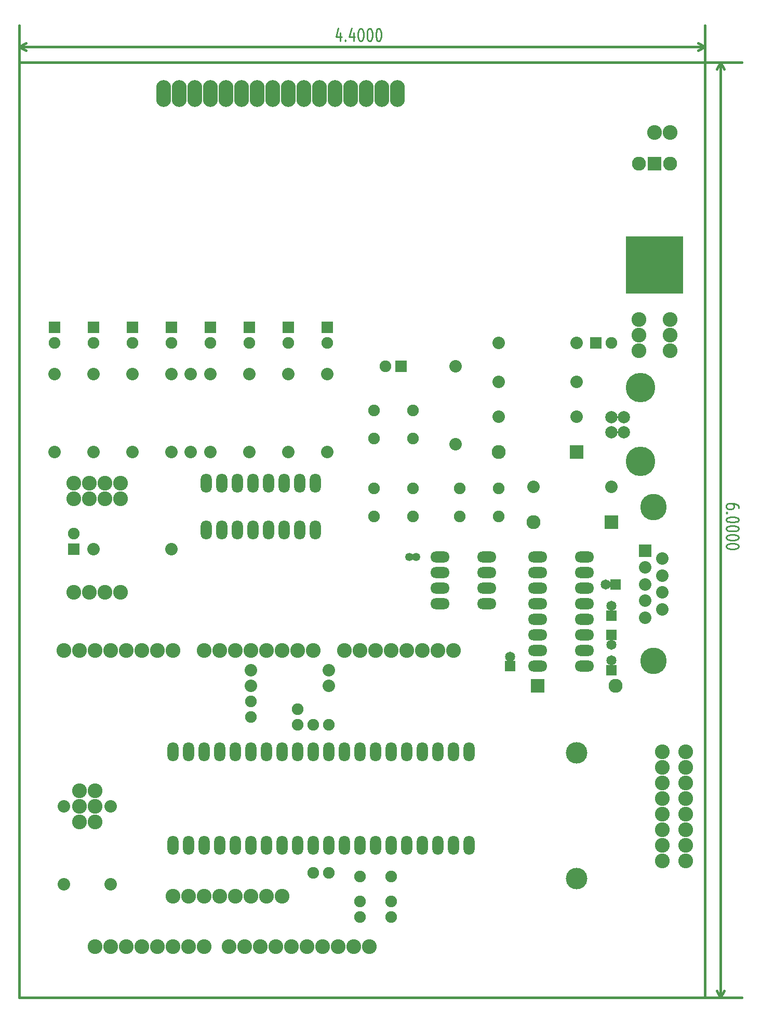
<source format=gts>
G04 (created by PCBNEW-RS274X (2010-03-13)-final) date Wednesday 20 March 2013 09:27:55 AM IST*
G01*
G70*
G90*
%MOIN*%
G04 Gerber Fmt 3.4, Leading zero omitted, Abs format*
%FSLAX34Y34*%
G04 APERTURE LIST*
%ADD10C,0.001000*%
%ADD11C,0.010000*%
%ADD12C,0.015000*%
%ADD13O,0.072000X0.124000*%
%ADD14C,0.075000*%
%ADD15R,0.065000X0.065000*%
%ADD16C,0.065000*%
%ADD17C,0.189300*%
%ADD18C,0.079100*%
%ADD19C,0.138100*%
%ADD20C,0.053000*%
%ADD21C,0.090000*%
%ADD22R,0.090000X0.090000*%
%ADD23C,0.095000*%
%ADD24O,0.096000X0.172000*%
%ADD25R,0.075000X0.075000*%
%ADD26R,0.370000X0.370000*%
%ADD27O,0.124000X0.072000*%
%ADD28C,0.080000*%
%ADD29C,0.170000*%
%ADD30R,0.080000X0.080000*%
G04 APERTURE END LIST*
G54D10*
G54D11*
X61160Y-39601D02*
X61160Y-39487D01*
X61122Y-39430D01*
X61084Y-39401D01*
X60970Y-39344D01*
X60817Y-39315D01*
X60513Y-39315D01*
X60436Y-39344D01*
X60398Y-39372D01*
X60360Y-39430D01*
X60360Y-39544D01*
X60398Y-39601D01*
X60436Y-39630D01*
X60513Y-39658D01*
X60703Y-39658D01*
X60779Y-39630D01*
X60817Y-39601D01*
X60855Y-39544D01*
X60855Y-39430D01*
X60817Y-39372D01*
X60779Y-39344D01*
X60703Y-39315D01*
X60436Y-39915D02*
X60398Y-39943D01*
X60360Y-39915D01*
X60398Y-39886D01*
X60436Y-39915D01*
X60360Y-39915D01*
X61160Y-40315D02*
X61160Y-40372D01*
X61122Y-40429D01*
X61084Y-40458D01*
X61008Y-40487D01*
X60855Y-40515D01*
X60665Y-40515D01*
X60513Y-40487D01*
X60436Y-40458D01*
X60398Y-40429D01*
X60360Y-40372D01*
X60360Y-40315D01*
X60398Y-40258D01*
X60436Y-40229D01*
X60513Y-40201D01*
X60665Y-40172D01*
X60855Y-40172D01*
X61008Y-40201D01*
X61084Y-40229D01*
X61122Y-40258D01*
X61160Y-40315D01*
X61160Y-40886D02*
X61160Y-40943D01*
X61122Y-41000D01*
X61084Y-41029D01*
X61008Y-41058D01*
X60855Y-41086D01*
X60665Y-41086D01*
X60513Y-41058D01*
X60436Y-41029D01*
X60398Y-41000D01*
X60360Y-40943D01*
X60360Y-40886D01*
X60398Y-40829D01*
X60436Y-40800D01*
X60513Y-40772D01*
X60665Y-40743D01*
X60855Y-40743D01*
X61008Y-40772D01*
X61084Y-40800D01*
X61122Y-40829D01*
X61160Y-40886D01*
X61160Y-41457D02*
X61160Y-41514D01*
X61122Y-41571D01*
X61084Y-41600D01*
X61008Y-41629D01*
X60855Y-41657D01*
X60665Y-41657D01*
X60513Y-41629D01*
X60436Y-41600D01*
X60398Y-41571D01*
X60360Y-41514D01*
X60360Y-41457D01*
X60398Y-41400D01*
X60436Y-41371D01*
X60513Y-41343D01*
X60665Y-41314D01*
X60855Y-41314D01*
X61008Y-41343D01*
X61084Y-41371D01*
X61122Y-41400D01*
X61160Y-41457D01*
X61160Y-42028D02*
X61160Y-42085D01*
X61122Y-42142D01*
X61084Y-42171D01*
X61008Y-42200D01*
X60855Y-42228D01*
X60665Y-42228D01*
X60513Y-42200D01*
X60436Y-42171D01*
X60398Y-42142D01*
X60360Y-42085D01*
X60360Y-42028D01*
X60398Y-41971D01*
X60436Y-41942D01*
X60513Y-41914D01*
X60665Y-41885D01*
X60855Y-41885D01*
X61008Y-41914D01*
X61084Y-41942D01*
X61122Y-41971D01*
X61160Y-42028D01*
G54D12*
X59999Y-11000D02*
X59999Y-71000D01*
X59000Y-11000D02*
X61369Y-11000D01*
X59000Y-71000D02*
X61369Y-71000D01*
X59999Y-71000D02*
X59769Y-70557D01*
X59999Y-71000D02*
X60229Y-70557D01*
X59999Y-11000D02*
X59769Y-11443D01*
X59999Y-11000D02*
X60229Y-11443D01*
G54D11*
X35601Y-09106D02*
X35601Y-09640D01*
X35458Y-08802D02*
X35315Y-09373D01*
X35687Y-09373D01*
X35915Y-09564D02*
X35943Y-09602D01*
X35915Y-09640D01*
X35886Y-09602D01*
X35915Y-09564D01*
X35915Y-09640D01*
X36458Y-09106D02*
X36458Y-09640D01*
X36315Y-08802D02*
X36172Y-09373D01*
X36544Y-09373D01*
X36886Y-08840D02*
X36943Y-08840D01*
X37000Y-08878D01*
X37029Y-08916D01*
X37058Y-08992D01*
X37086Y-09145D01*
X37086Y-09335D01*
X37058Y-09487D01*
X37029Y-09564D01*
X37000Y-09602D01*
X36943Y-09640D01*
X36886Y-09640D01*
X36829Y-09602D01*
X36800Y-09564D01*
X36772Y-09487D01*
X36743Y-09335D01*
X36743Y-09145D01*
X36772Y-08992D01*
X36800Y-08916D01*
X36829Y-08878D01*
X36886Y-08840D01*
X37457Y-08840D02*
X37514Y-08840D01*
X37571Y-08878D01*
X37600Y-08916D01*
X37629Y-08992D01*
X37657Y-09145D01*
X37657Y-09335D01*
X37629Y-09487D01*
X37600Y-09564D01*
X37571Y-09602D01*
X37514Y-09640D01*
X37457Y-09640D01*
X37400Y-09602D01*
X37371Y-09564D01*
X37343Y-09487D01*
X37314Y-09335D01*
X37314Y-09145D01*
X37343Y-08992D01*
X37371Y-08916D01*
X37400Y-08878D01*
X37457Y-08840D01*
X38028Y-08840D02*
X38085Y-08840D01*
X38142Y-08878D01*
X38171Y-08916D01*
X38200Y-08992D01*
X38228Y-09145D01*
X38228Y-09335D01*
X38200Y-09487D01*
X38171Y-09564D01*
X38142Y-09602D01*
X38085Y-09640D01*
X38028Y-09640D01*
X37971Y-09602D01*
X37942Y-09564D01*
X37914Y-09487D01*
X37885Y-09335D01*
X37885Y-09145D01*
X37914Y-08992D01*
X37942Y-08916D01*
X37971Y-08878D01*
X38028Y-08840D01*
G54D12*
X15000Y-10001D02*
X59000Y-10001D01*
X15000Y-11000D02*
X15000Y-08631D01*
X59000Y-11000D02*
X59000Y-08631D01*
X59000Y-10001D02*
X58557Y-10231D01*
X59000Y-10001D02*
X58557Y-09771D01*
X15000Y-10001D02*
X15443Y-10231D01*
X15000Y-10001D02*
X15443Y-09771D01*
X15000Y-71000D02*
X15000Y-11000D01*
X59000Y-71000D02*
X15000Y-71000D01*
X59000Y-11000D02*
X59000Y-71000D01*
X15000Y-11000D02*
X59000Y-11000D01*
G54D13*
X34000Y-38000D03*
X33000Y-38000D03*
X32000Y-38000D03*
X31000Y-38000D03*
X30000Y-38000D03*
X29000Y-38000D03*
X28000Y-38000D03*
X27000Y-38000D03*
X27000Y-41000D03*
X28000Y-41000D03*
X29000Y-41000D03*
X30000Y-41000D03*
X31000Y-41000D03*
X32000Y-41000D03*
X33000Y-41000D03*
X34000Y-41000D03*
X24850Y-61250D03*
X25850Y-61250D03*
X26850Y-61250D03*
X27850Y-61250D03*
X28850Y-61250D03*
X29850Y-61250D03*
X30850Y-61250D03*
X31850Y-61250D03*
X32850Y-61250D03*
X33850Y-61250D03*
X34850Y-61250D03*
X35850Y-61250D03*
X36850Y-61250D03*
X37850Y-61250D03*
X38850Y-61250D03*
X39850Y-61250D03*
X40850Y-61250D03*
X41850Y-61250D03*
X42850Y-61250D03*
X43850Y-61250D03*
X43850Y-55250D03*
X42850Y-55250D03*
X41850Y-55250D03*
X40850Y-55250D03*
X39850Y-55250D03*
X38850Y-55250D03*
X37850Y-55250D03*
X36850Y-55250D03*
X35850Y-55250D03*
X34850Y-55250D03*
X33850Y-55250D03*
X32850Y-55250D03*
X31850Y-55250D03*
X30850Y-55250D03*
X29850Y-55250D03*
X28850Y-55250D03*
X27850Y-55250D03*
X26850Y-55250D03*
X25850Y-55250D03*
X24850Y-55250D03*
G54D14*
X32850Y-53500D03*
X32850Y-52500D03*
X29850Y-52000D03*
X29850Y-53000D03*
X38850Y-64850D03*
X38850Y-65850D03*
X36850Y-64850D03*
X36850Y-65850D03*
X33850Y-63000D03*
X34850Y-63000D03*
X34850Y-53500D03*
X33850Y-53500D03*
G54D15*
X53250Y-44500D03*
G54D16*
X52625Y-44500D03*
G54D15*
X53000Y-47750D03*
G54D16*
X53000Y-48375D03*
G54D15*
X46500Y-49750D03*
G54D16*
X46500Y-49125D03*
G54D15*
X53000Y-46500D03*
G54D16*
X53000Y-45875D03*
G54D15*
X53000Y-50000D03*
G54D16*
X53000Y-49375D03*
G54D17*
X54852Y-36614D03*
X54852Y-31882D03*
G54D18*
X53000Y-33758D03*
X53790Y-33758D03*
X53790Y-34742D03*
X53000Y-34742D03*
G54D14*
X36850Y-63250D03*
X38850Y-63250D03*
G54D19*
X50750Y-63368D03*
X50750Y-55297D03*
G54D20*
X40035Y-42750D03*
X40465Y-42750D03*
G54D21*
X53250Y-51000D03*
G54D22*
X48250Y-51000D03*
G54D21*
X48000Y-40500D03*
G54D22*
X53000Y-40500D03*
G54D21*
X45750Y-36000D03*
G54D22*
X50750Y-36000D03*
G54D23*
X28450Y-67750D03*
X29450Y-67750D03*
X30450Y-67750D03*
X31450Y-67750D03*
X32450Y-67750D03*
X33450Y-67750D03*
X34450Y-67750D03*
X35450Y-67750D03*
X36450Y-67750D03*
X37450Y-67750D03*
X55750Y-15500D03*
X56750Y-15500D03*
X19850Y-59750D03*
X18850Y-59750D03*
X19850Y-58750D03*
X18850Y-58750D03*
X19850Y-57750D03*
X18850Y-57750D03*
X18500Y-39000D03*
X19500Y-39000D03*
X20500Y-39000D03*
X21500Y-39000D03*
X18500Y-38000D03*
X19500Y-38000D03*
X20500Y-38000D03*
X21500Y-38000D03*
X24850Y-64500D03*
X25850Y-64500D03*
X26850Y-64500D03*
X27850Y-64500D03*
X28850Y-64500D03*
X29850Y-64500D03*
X30850Y-64500D03*
X31850Y-64500D03*
X19850Y-67750D03*
X20850Y-67750D03*
X21850Y-67750D03*
X22850Y-67750D03*
X23850Y-67750D03*
X24850Y-67750D03*
X25850Y-67750D03*
X26850Y-67750D03*
X33850Y-48750D03*
X32850Y-48750D03*
X31850Y-48750D03*
X30850Y-48750D03*
X29850Y-48750D03*
X28850Y-48750D03*
X27850Y-48750D03*
X26850Y-48750D03*
X57750Y-62250D03*
X57750Y-61250D03*
X57750Y-60250D03*
X57750Y-59250D03*
X57750Y-58250D03*
X57750Y-57250D03*
X57750Y-56250D03*
X57750Y-55250D03*
X42850Y-48750D03*
X41850Y-48750D03*
X40850Y-48750D03*
X39850Y-48750D03*
X38850Y-48750D03*
X37850Y-48750D03*
X36850Y-48750D03*
X35850Y-48750D03*
X24850Y-48750D03*
X23850Y-48750D03*
X22850Y-48750D03*
X21850Y-48750D03*
X20850Y-48750D03*
X19850Y-48750D03*
X18850Y-48750D03*
X17850Y-48750D03*
X56250Y-62250D03*
X56250Y-61250D03*
X56250Y-60250D03*
X56250Y-59250D03*
X56250Y-58250D03*
X56250Y-57250D03*
X56250Y-56250D03*
X56250Y-55250D03*
G54D24*
X24250Y-13000D03*
X25250Y-13000D03*
X26250Y-13000D03*
X27250Y-13000D03*
X28250Y-13000D03*
X29250Y-13000D03*
X30250Y-13000D03*
X31250Y-13000D03*
X32250Y-13000D03*
X33250Y-13000D03*
X34250Y-13000D03*
X35250Y-13000D03*
X36250Y-13000D03*
X37250Y-13000D03*
X38250Y-13000D03*
X39250Y-13000D03*
G54D25*
X52000Y-29000D03*
G54D14*
X53000Y-29000D03*
G54D25*
X18500Y-42250D03*
G54D14*
X18500Y-41250D03*
G54D25*
X17250Y-28000D03*
G54D14*
X17250Y-29000D03*
G54D25*
X19750Y-28000D03*
G54D14*
X19750Y-29000D03*
G54D25*
X22250Y-28000D03*
G54D14*
X22250Y-29000D03*
G54D25*
X24750Y-28000D03*
G54D14*
X24750Y-29000D03*
G54D25*
X27250Y-28000D03*
G54D14*
X27250Y-29000D03*
G54D25*
X29750Y-28000D03*
G54D14*
X29750Y-29000D03*
G54D25*
X32250Y-28000D03*
G54D14*
X32250Y-29000D03*
G54D25*
X34750Y-28000D03*
G54D14*
X34750Y-29000D03*
G54D25*
X39500Y-30500D03*
G54D14*
X38500Y-30500D03*
G54D26*
X55750Y-24000D03*
G54D21*
X56750Y-17500D03*
G54D22*
X55750Y-17500D03*
G54D21*
X54750Y-17500D03*
G54D27*
X51250Y-49750D03*
X51250Y-48750D03*
X51250Y-47750D03*
X51250Y-46750D03*
X51250Y-45750D03*
X51250Y-44750D03*
X51250Y-43750D03*
X51250Y-42750D03*
X48250Y-42750D03*
X48250Y-43750D03*
X48250Y-44750D03*
X48250Y-45750D03*
X48250Y-46750D03*
X48250Y-47750D03*
X48250Y-48750D03*
X48250Y-49750D03*
G54D28*
X17850Y-58750D03*
X17850Y-63750D03*
X20850Y-58750D03*
X20850Y-63750D03*
X24750Y-42250D03*
X19750Y-42250D03*
X34850Y-50000D03*
X29850Y-50000D03*
X17250Y-31000D03*
X17250Y-36000D03*
X19750Y-31000D03*
X19750Y-36000D03*
X22250Y-31000D03*
X22250Y-36000D03*
X24750Y-31000D03*
X24750Y-36000D03*
X27250Y-31000D03*
X27250Y-36000D03*
X29750Y-31000D03*
X29750Y-36000D03*
X32250Y-31000D03*
X32250Y-36000D03*
X34750Y-31000D03*
X34750Y-36000D03*
X45750Y-31500D03*
X50750Y-31500D03*
X50750Y-33750D03*
X45750Y-33750D03*
X48000Y-38250D03*
X53000Y-38250D03*
X43000Y-30500D03*
X43000Y-35500D03*
X29850Y-51000D03*
X34850Y-51000D03*
X45750Y-29000D03*
X50750Y-29000D03*
G54D23*
X56750Y-27500D03*
X56750Y-28500D03*
X56750Y-29500D03*
X54750Y-27500D03*
X54750Y-28500D03*
X54750Y-29500D03*
G54D14*
X40250Y-38350D03*
X40250Y-40150D03*
X37750Y-38350D03*
X37750Y-40150D03*
X45750Y-38350D03*
X45750Y-40150D03*
X43250Y-38350D03*
X43250Y-40150D03*
X40250Y-33350D03*
X40250Y-35150D03*
X37750Y-33350D03*
X37750Y-35150D03*
G54D27*
X42000Y-42750D03*
X42000Y-43750D03*
X42000Y-44750D03*
X42000Y-45750D03*
X45000Y-45750D03*
X45000Y-44750D03*
X45000Y-43750D03*
X45000Y-42750D03*
G54D23*
X18500Y-45000D03*
X19500Y-45000D03*
X20500Y-45000D03*
X21500Y-45000D03*
G54D28*
X26000Y-36000D03*
X26000Y-31000D03*
G54D29*
X55700Y-49400D03*
X55700Y-39550D03*
G54D30*
X55150Y-42350D03*
G54D28*
X55150Y-43400D03*
X55150Y-44500D03*
X55150Y-45550D03*
X55150Y-46650D03*
X56250Y-42850D03*
X56250Y-43950D03*
X56250Y-45000D03*
X56250Y-46100D03*
M02*

</source>
